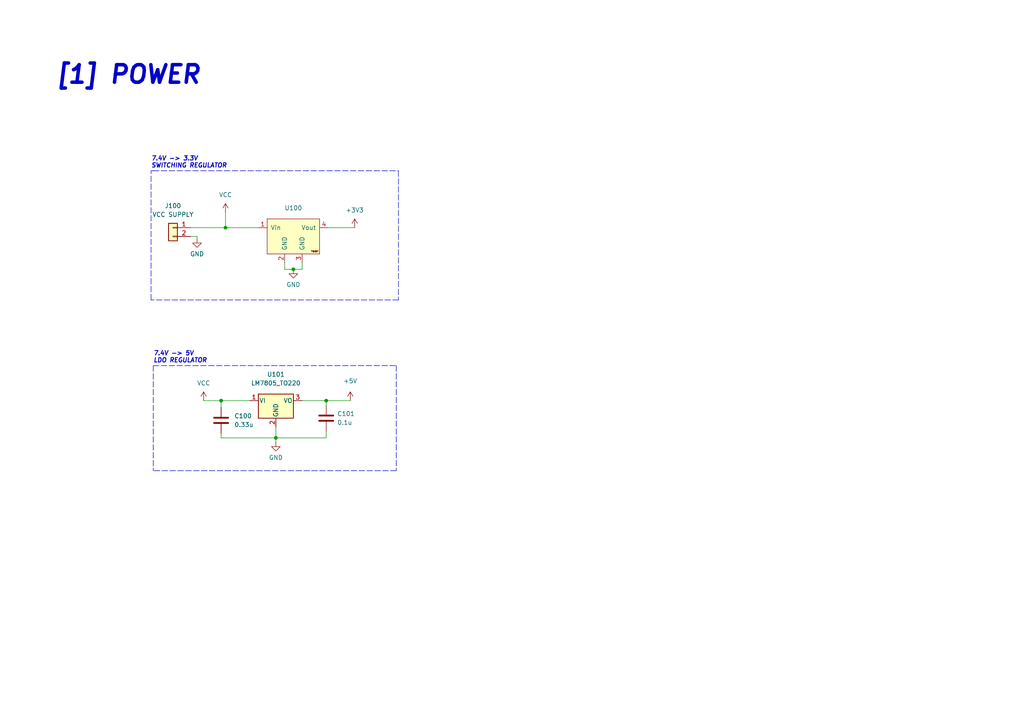
<source format=kicad_sch>
(kicad_sch (version 20211123) (generator eeschema)
  (paper "A4")
  (lib_symbols
    (symbol "Connector_Generic:Conn_01x02" (pin_names (offset 1.016) hide)
      (property "Reference" "J" (at 0 2.54 0))
      (property "Value" "Conn_01x02" (at 0 -5.08 0))
      (symbol "Conn_01x02_1_1"
        (rectangle (start -1.27 -2.413) (end 0 -2.667) (stroke (width 0.1524)))
        (rectangle (start -1.27 0.127) (end 0 -0.127) (stroke (width 0.1524)))
        (rectangle (start -1.27 1.27) (end 1.27 -3.81) (stroke (width 0.254)) (fill (type background)))
        (pin passive line (at -5.08 0 0) (length 3.81) (name "Pin_1") (number "1"))
        (pin passive line (at -5.08 -2.54 0) (length 3.81) (name "Pin_2") (number "2"))
      )
    )
    (symbol "Device:C" (pin_numbers hide) (pin_names (offset 0.254))
      (property "Reference" "C" (at 0.635 2.54 0))
      (property "Value" "C" (at 0.635 -2.54 0))
      (symbol "C_0_1"
        (polyline (pts (xy -2.032 -0.762) (xy 2.032 -0.762)) (stroke (width 0.508)))
        (polyline (pts (xy -2.032 0.762) (xy 2.032 0.762)) (stroke (width 0.508)))
      )
      (symbol "C_1_1"
        (pin passive line (at 0 3.81 270) (length 2.794) (name "~") (number "1"))
        (pin passive line (at 0 -3.81 90) (length 2.794) (name "~") (number "2"))
      )
    )
    (symbol "LM2596:YAAJ_DCDC_StepDown_LM2596" (pin_names (offset 1.016))
      (property "Reference" "U" (at -5.08 6.35 0))
      (property "Value" "YAAJ_DCDC_StepDown_LM2596" (at 0 11.43 0))
      (symbol "YAAJ_DCDC_StepDown_LM2596_0_1"
        (rectangle (start -7.62 5.08) (end 7.62 -5.08) (fill (type background)))
      )
      (symbol "YAAJ_DCDC_StepDown_LM2596_1_1"
        (text "Y@@V" (at 6.1976 -4.2672 0) (effects (font (size 0.508 0.508))))
        (pin power_in line (at -10.16 2.54 0) (length 2.54) (name "Vin") (number "1"))
        (pin power_in line (at -2.54 -7.62 90) (length 2.54) (name "GND") (number "2"))
        (pin power_in line (at 2.54 -7.62 90) (length 2.54) (name "GND") (number "3"))
        (pin power_out line (at 10.16 2.54 180) (length 2.54) (name "Vout") (number "4"))
      )
    )
    (symbol "Regulator_Linear:LM7805_TO220" (pin_names (offset 0.254))
      (property "Reference" "U" (at -3.81 3.175 0))
      (property "Value" "LM7805_TO220" (at 0 3.175 0))
      (symbol "LM7805_TO220_0_1"
        (rectangle (start -5.08 1.905) (end 5.08 -5.08) (stroke (width 0.254)) (fill (type background)))
      )
      (symbol "LM7805_TO220_1_1"
        (pin power_in line (at -7.62 0 0) (length 2.54) (name "VI") (number "1"))
        (pin power_in line (at 0 -7.62 90) (length 2.54) (name "GND") (number "2"))
        (pin power_out line (at 7.62 0 180) (length 2.54) (name "VO") (number "3"))
      )
    )
    (symbol "power:+3V3" (power) (pin_names (offset 0))
      (property "Value" "+3V3" (at 0 3.556 0))
      (symbol "+3V3_0_1"
        (polyline (pts (xy -0.762 1.27) (xy 0 2.54)))
        (polyline (pts (xy 0 0) (xy 0 2.54)))
        (polyline (pts (xy 0 2.54) (xy 0.762 1.27)))
      )
      (symbol "+3V3_1_1"
        (pin power_in line (at 0 0 90) (length 0) hide (name "+3V3") (number "1"))
      )
    )
    (symbol "power:+5V" (power) (pin_names (offset 0))
      (property "Value" "+5V" (at 0 3.556 0))
      (symbol "+5V_0_1"
        (polyline (pts (xy -0.762 1.27) (xy 0 2.54)))
        (polyline (pts (xy 0 0) (xy 0 2.54)))
        (polyline (pts (xy 0 2.54) (xy 0.762 1.27)))
      )
      (symbol "+5V_1_1"
        (pin power_in line (at 0 0 90) (length 0) hide (name "+5V") (number "1"))
      )
    )
    (symbol "power:GND" (power) (pin_names (offset 0))
      (property "Value" "GND" (at 0 -3.81 0))
      (symbol "GND_0_1"
        (polyline (pts (xy 0 0) (xy 0 -1.27) (xy 1.27 -1.27) (xy 0 -2.54) (xy -1.27 -1.27) (xy 0 -1.27)))
      )
      (symbol "GND_1_1"
        (pin power_in line (at 0 0 270) (length 0) hide (name "GND") (number "1"))
      )
    )
    (symbol "power:VCC" (power) (pin_names (offset 0))
      (property "Value" "VCC" (at 0 3.81 0))
      (symbol "VCC_0_1"
        (polyline (pts (xy -0.762 1.27) (xy 0 2.54)))
        (polyline (pts (xy 0 0) (xy 0 2.54)))
        (polyline (pts (xy 0 2.54) (xy 0.762 1.27)))
      )
      (symbol "VCC_1_1"
        (pin power_in line (at 0 0 90) (length 0) hide (name "VCC") (number "1"))
      )
    )
  )
  (junction (at 94.615 116.205))
  (junction (at 64.135 116.205))
  (junction (at 85.09 78.105))
  (junction (at 65.405 66.04))
  (junction (at 80.01 127))
  (wire (pts (xy 57.15 68.58) (xy 57.15 69.215)))
  (polyline (pts (xy 44.45 49.53) (xy 115.57 49.53)))
  (wire (pts (xy 94.615 116.205) (xy 101.6 116.205)))
  (wire (pts (xy 87.63 76.2) (xy 87.63 78.105)))
  (wire (pts (xy 55.245 66.04) (xy 65.405 66.04)))
  (polyline (pts (xy 43.815 49.53) (xy 45.085 49.53)))
  (wire (pts (xy 94.615 127) (xy 80.01 127)))
  (wire (pts (xy 64.135 116.205) (xy 64.135 118.11)))
  (wire (pts (xy 59.055 116.205) (xy 64.135 116.205)))
  (wire (pts (xy 87.63 78.105) (xy 85.09 78.105)))
  (polyline (pts (xy 115.57 49.53) (xy 115.57 86.995)))
  (polyline (pts (xy 114.935 106.045) (xy 114.935 136.525)))
  (wire (pts (xy 87.63 116.205) (xy 94.615 116.205)))
  (polyline (pts (xy 115.57 86.995) (xy 43.815 86.995)))
  (polyline (pts (xy 44.45 106.045) (xy 114.935 106.045)))
  (wire (pts (xy 65.405 66.04) (xy 74.93 66.04)))
  (wire (pts (xy 95.25 66.04) (xy 102.87 66.04)))
  (wire (pts (xy 64.135 125.73) (xy 64.135 127)))
  (wire (pts (xy 80.01 127) (xy 80.01 128.27)))
  (wire (pts (xy 64.135 116.205) (xy 72.39 116.205)))
  (polyline (pts (xy 43.815 86.995) (xy 43.815 49.53)))
  (wire (pts (xy 80.01 123.825) (xy 80.01 127)))
  (wire (pts (xy 82.55 78.105) (xy 85.09 78.105)))
  (wire (pts (xy 94.615 125.095) (xy 94.615 127)))
  (wire (pts (xy 55.245 68.58) (xy 57.15 68.58)))
  (wire (pts (xy 94.615 116.205) (xy 94.615 117.475)))
  (polyline (pts (xy 114.935 136.525) (xy 44.45 136.525)))
  (wire (pts (xy 64.135 127) (xy 80.01 127)))
  (wire (pts (xy 82.55 76.2) (xy 82.55 78.105)))
  (polyline (pts (xy 44.45 106.045) (xy 44.45 136.525)))
  (wire (pts (xy 65.405 61.595) (xy 65.405 66.04)))
  (text "[1] POWER" (at 15.875 24.765 0) (effects (font (size 5.08 5.08) bold italic) (justify left bottom)))
  (text "7.4V -> 5V\nLDO REGULATOR" (at 44.45 105.41 0) (effects (font (size 1.27 1.27) bold italic) (justify left bottom)))
  (text "7.4V -> 3.3V\nSWITCHING REGULATOR" (at 43.815 48.895 0) (effects (font (size 1.27 1.27) bold italic) (justify left bottom)))
  (symbol (lib_id "power:GND") (at 80.01 128.27 0) (unit 1)
    (property "Reference" "#PWR0106" (effects hide))
    (property "Value" "GND" (at 80.01 132.715 0))
  )
  (symbol (lib_id "power:VCC") (at 65.405 61.595 0) (unit 1)
    (property "Reference" "#PWR0104" (effects hide))
    (property "Value" "VCC" (at 65.405 56.515 0))
  )
  (symbol (lib_id "power:+5V") (at 101.6 116.205 0) (unit 1)
    (property "Reference" "#PWR0107" (effects hide))
    (property "Value" "+5V" (at 101.6 110.49 0))
  )
  (symbol (lib_id "LM2596:YAAJ_DCDC_StepDown_LM2596") (at 85.09 68.58 0) (unit 1)
    (property "Reference" "U100" (at 85.09 60.325 0))
    (property "Value" "YAAJ_DCDC_StepDown_LM2596" (effects hide))
    (property "Footprint" "LM2596:YAAJ_DCDC_StepDown_LM2596" (effects hide))
  )
  (symbol (lib_id "power:GND") (at 57.15 69.215 0) (unit 1)
    (property "Reference" "#PWR0102" (effects hide))
    (property "Value" "GND" (at 57.15 73.66 0))
  )
  (symbol (lib_id "Regulator_Linear:LM7805_TO220") (at 80.01 116.205 0) (unit 1)
    (property "Reference" "U101" (at 80.01 108.585 0))
    (property "Value" "LM7805_TO220" (at 80.01 111.125 0))
    (property "Footprint" "Package_TO_SOT_THT:TO-220-3_Vertical" (effects hide))
    (property "Datasheet" "https://www.onsemi.cn/PowerSolutions/document/MC7800-D.PDF" (effects hide))
  )
  (symbol (lib_id "Device:C") (at 94.615 121.285 0) (unit 1)
    (property "Reference" "C101" (at 97.79 120.0149 0) (effects (justify left)))
    (property "Value" "0.1u" (at 97.79 122.5549 0) (effects (justify left)))
    (property "Footprint" "Capacitor_THT:C_Disc_D3.0mm_W1.6mm_P2.50mm" (effects hide))
    (property "Type" "Ceramic" (effects hide))
  )
  (symbol (lib_id "power:GND") (at 85.09 78.105 0) (unit 1)
    (property "Reference" "#PWR0103" (effects hide))
    (property "Value" "GND" (at 85.09 82.55 0))
  )
  (symbol (lib_id "power:VCC") (at 59.055 116.205 0) (unit 1)
    (property "Reference" "#PWR0105" (effects hide))
    (property "Value" "VCC" (at 59.055 111.125 0))
  )
  (symbol (lib_id "power:+3V3") (at 102.87 66.04 0) (unit 1)
    (property "Reference" "#PWR0101" (effects hide))
    (property "Value" "+3V3" (at 102.87 60.96 0))
  )
  (symbol (lib_id "Device:C") (at 64.135 121.92 0) (unit 1)
    (property "Reference" "C100" (at 67.945 120.6499 0) (effects (justify left)))
    (property "Value" "0.33u" (at 67.945 123.1899 0) (effects (justify left)))
    (property "Footprint" "Capacitor_THT:C_Disc_D3.0mm_W1.6mm_P2.50mm" (effects hide))
    (property "Type" "Ceramic" (effects hide))
  )
  (symbol (lib_id "Connector_Generic:Conn_01x02") (at 50.165 66.04 0) (mirror y) (unit 1)
    (property "Reference" "J100" (at 50.165 59.69 0))
    (property "Value" "VCC SUPPLY" (at 50.165 62.23 0))
    (property "Footprint" "Connector_Phoenix_MSTB:PhoenixContact_MSTBA_2,5_2-G-5,08_1x02_P5.08mm_Horizontal" (effects hide))
  )
)
</source>
